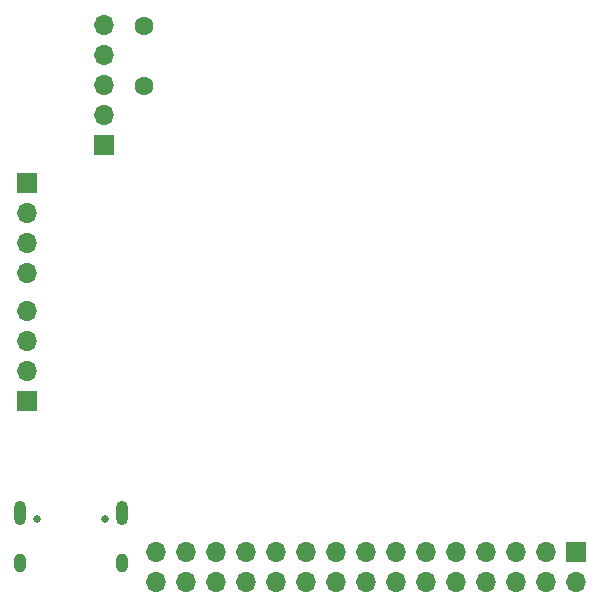
<source format=gbs>
G04 #@! TF.GenerationSoftware,KiCad,Pcbnew,(6.0.7-1)-1*
G04 #@! TF.CreationDate,2022-11-08T18:33:53+08:00*
G04 #@! TF.ProjectId,sharp_dsi,73686172-705f-4647-9369-2e6b69636164,rev?*
G04 #@! TF.SameCoordinates,Original*
G04 #@! TF.FileFunction,Soldermask,Bot*
G04 #@! TF.FilePolarity,Negative*
%FSLAX46Y46*%
G04 Gerber Fmt 4.6, Leading zero omitted, Abs format (unit mm)*
G04 Created by KiCad (PCBNEW (6.0.7-1)-1) date 2022-11-08 18:33:53*
%MOMM*%
%LPD*%
G01*
G04 APERTURE LIST*
%ADD10R,1.700000X1.700000*%
%ADD11O,1.700000X1.700000*%
%ADD12C,0.650000*%
%ADD13O,1.000000X1.600000*%
%ADD14O,1.000000X2.100000*%
%ADD15C,1.600000*%
G04 APERTURE END LIST*
D10*
X94767400Y-61183600D03*
D11*
X94767400Y-58643600D03*
X94767400Y-56103600D03*
X94767400Y-53563600D03*
X94767400Y-51023600D03*
D10*
X134716600Y-95626000D03*
D11*
X134716600Y-98166000D03*
X132176600Y-95626000D03*
X132176600Y-98166000D03*
X129636600Y-95626000D03*
X129636600Y-98166000D03*
X127096600Y-95626000D03*
X127096600Y-98166000D03*
X124556600Y-95626000D03*
X124556600Y-98166000D03*
X122016600Y-95626000D03*
X122016600Y-98166000D03*
X119476600Y-95626000D03*
X119476600Y-98166000D03*
X116936600Y-95626000D03*
X116936600Y-98166000D03*
X114396600Y-95626000D03*
X114396600Y-98166000D03*
X111856600Y-95626000D03*
X111856600Y-98166000D03*
X109316600Y-95626000D03*
X109316600Y-98166000D03*
X106776600Y-95626000D03*
X106776600Y-98166000D03*
X104236600Y-95626000D03*
X104236600Y-98166000D03*
X101696600Y-95626000D03*
X101696600Y-98166000D03*
X99156600Y-95626000D03*
X99156600Y-98166000D03*
D12*
X94863400Y-92906900D03*
X89083400Y-92906900D03*
D13*
X96293400Y-96556900D03*
D14*
X96293400Y-92376900D03*
X87653400Y-92376900D03*
D13*
X87653400Y-96556900D03*
D10*
X88188800Y-82921000D03*
D11*
X88188800Y-80381000D03*
X88188800Y-77841000D03*
X88188800Y-75301000D03*
D10*
X88265000Y-64414400D03*
D11*
X88265000Y-66954400D03*
X88265000Y-69494400D03*
X88265000Y-72034400D03*
D15*
X98171000Y-51160600D03*
X98171000Y-56240600D03*
M02*

</source>
